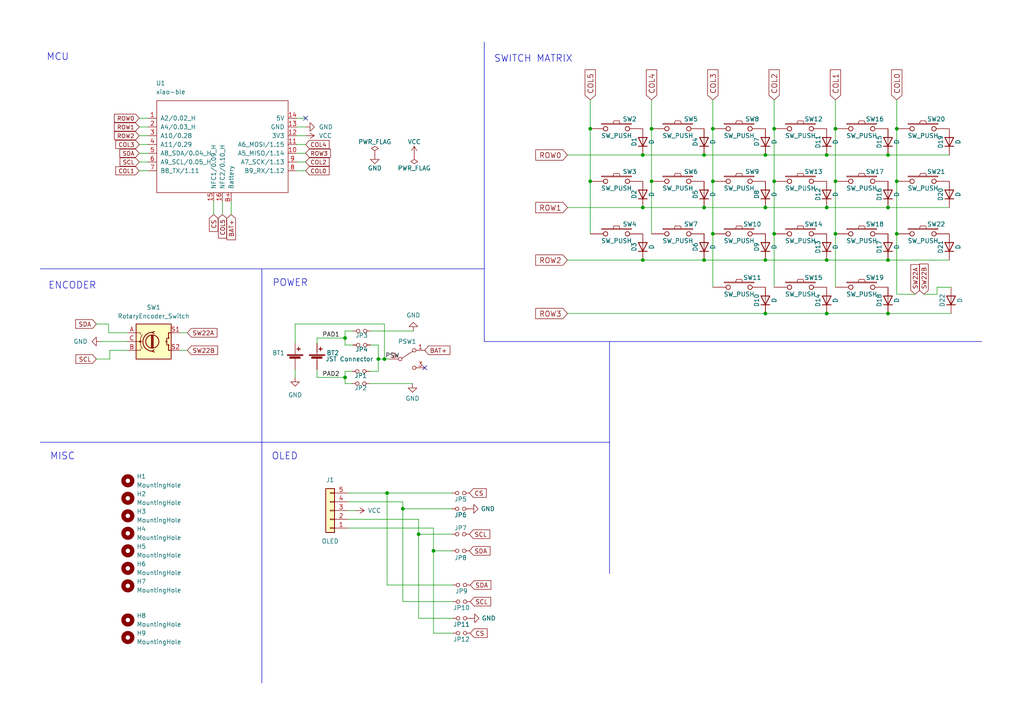
<source format=kicad_sch>
(kicad_sch (version 20231120) (generator "eeschema") (generator_version "8.0")
  (paper "A4")
  (lib_symbols
    (symbol "Connector_Generic:Conn_01x05" (pin_names (offset 1.016) hide)
      (property "Reference" "J" (at 0 7.62 0))
      (property "Value" "Conn_01x05" (at 0 -7.62 0))
      (symbol "Conn_01x05_1_1"
        (rectangle (start -1.27 -4.953) (end 0 -5.207) (stroke (width 0.1524)))
        (rectangle (start -1.27 -2.413) (end 0 -2.667) (stroke (width 0.1524)))
        (rectangle (start -1.27 0.127) (end 0 -0.127) (stroke (width 0.1524)))
        (rectangle (start -1.27 2.667) (end 0 2.413) (stroke (width 0.1524)))
        (rectangle (start -1.27 5.207) (end 0 4.953) (stroke (width 0.1524)))
        (rectangle (start -1.27 6.35) (end 1.27 -6.35) (stroke (width 0.254)) (fill (type background)))
        (pin passive line (at -5.08 5.08 0) (length 3.81) (name "Pin_1") (number "1"))
        (pin passive line (at -5.08 2.54 0) (length 3.81) (name "Pin_2") (number "2"))
        (pin passive line (at -5.08 0 0) (length 3.81) (name "Pin_3") (number "3"))
        (pin passive line (at -5.08 -2.54 0) (length 3.81) (name "Pin_4") (number "4"))
        (pin passive line (at -5.08 -5.08 0) (length 3.81) (name "Pin_5") (number "5"))
      )
    )
    (symbol "Device:Battery_Cell" (pin_numbers hide) (pin_names (offset 0) hide)
      (property "Reference" "BT" (at 2.54 2.54 0))
      (property "Value" "Battery_Cell" (at 2.54 0 0))
      (symbol "Battery_Cell_0_1"
        (rectangle (start -2.286 1.778) (end 2.286 1.524) (fill (type outline)))
        (rectangle (start -1.5748 1.1938) (end 1.4732 0.6858) (fill (type outline)))
        (polyline (pts (xy 0 0.762) (xy 0 0)))
        (polyline (pts (xy 0 1.778) (xy 0 2.54)))
        (polyline (pts (xy 0.508 3.429) (xy 1.524 3.429)) (stroke (width 0.254)))
        (polyline (pts (xy 1.016 3.937) (xy 1.016 2.921)) (stroke (width 0.254)))
      )
      (symbol "Battery_Cell_1_1"
        (pin passive line (at 0 5.08 270) (length 2.54) (name "+") (number "1"))
        (pin passive line (at 0 -2.54 90) (length 2.54) (name "-") (number "2"))
      )
    )
    (symbol "Device:D" (pin_numbers hide) (pin_names (offset 1.016) hide)
      (property "Reference" "D" (at 0 2.54 0))
      (property "Value" "D" (at 0 -2.54 0))
      (symbol "D_0_1"
        (polyline (pts (xy -1.27 1.27) (xy -1.27 -1.27)) (stroke (width 0.254)))
        (polyline (pts (xy 1.27 0) (xy -1.27 0)))
        (polyline (pts (xy 1.27 1.27) (xy 1.27 -1.27) (xy -1.27 0) (xy 1.27 1.27)) (stroke (width 0.254)))
      )
      (symbol "D_1_1"
        (pin passive line (at -3.81 0 0) (length 2.54) (name "K") (number "1"))
        (pin passive line (at 3.81 0 180) (length 2.54) (name "A") (number "2"))
      )
    )
    (symbol "Device:RotaryEncoder_Switch" (pin_names (offset 0.254) hide)
      (property "Reference" "SW" (at 0 6.604 0))
      (property "Value" "RotaryEncoder_Switch" (at 0 -6.604 0))
      (symbol "RotaryEncoder_Switch_0_1"
        (rectangle (start -5.08 5.08) (end 5.08 -5.08) (stroke (width 0.254)) (fill (type background)))
        (circle (center -3.81 0) (radius 0.254) (fill (type outline)))
        (circle (center -0.381 0) (radius 1.905) (stroke (width 0.254)))
        (arc (start -0.381 2.667) (mid -3.0988 -0.0635) (end -0.381 -2.794) (stroke (width 0.254)))
        (polyline (pts (xy -0.635 -1.778) (xy -0.635 1.778)) (stroke (width 0.254)))
        (polyline (pts (xy -0.381 -1.778) (xy -0.381 1.778)) (stroke (width 0.254)))
        (polyline (pts (xy -0.127 1.778) (xy -0.127 -1.778)) (stroke (width 0.254)))
        (polyline (pts (xy 3.81 0) (xy 3.429 0)) (stroke (width 0.254)))
        (polyline (pts (xy 3.81 1.016) (xy 3.81 -1.016)) (stroke (width 0.254)))
        (polyline (pts (xy -5.08 -2.54) (xy -3.81 -2.54) (xy -3.81 -2.032)))
        (polyline (pts (xy -5.08 2.54) (xy -3.81 2.54) (xy -3.81 2.032)))
        (polyline (pts (xy 0.254 -3.048) (xy -0.508 -2.794) (xy 0.127 -2.413)) (stroke (width 0.254)))
        (polyline (pts (xy 0.254 2.921) (xy -0.508 2.667) (xy 0.127 2.286)) (stroke (width 0.254)))
        (polyline (pts (xy 5.08 -2.54) (xy 4.318 -2.54) (xy 4.318 -1.016)) (stroke (width 0.254)))
        (polyline (pts (xy 5.08 2.54) (xy 4.318 2.54) (xy 4.318 1.016)) (stroke (width 0.254)))
        (polyline (pts (xy -5.08 0) (xy -3.81 0) (xy -3.81 -1.016) (xy -3.302 -2.032)))
        (polyline (pts (xy -4.318 0) (xy -3.81 0) (xy -3.81 1.016) (xy -3.302 2.032)))
        (circle (center 4.318 -1.016) (radius 0.127) (stroke (width 0.254)))
        (circle (center 4.318 1.016) (radius 0.127) (stroke (width 0.254)))
      )
      (symbol "RotaryEncoder_Switch_1_1"
        (pin passive line (at -7.62 2.54 0) (length 2.54) (name "A") (number "A"))
        (pin passive line (at -7.62 -2.54 0) (length 2.54) (name "B") (number "B"))
        (pin passive line (at -7.62 0 0) (length 2.54) (name "C") (number "C"))
        (pin passive line (at 7.62 2.54 180) (length 2.54) (name "S1") (number "S1"))
        (pin passive line (at 7.62 -2.54 180) (length 2.54) (name "S2") (number "S2"))
      )
    )
    (symbol "KLORlib:Device_Jumper_NO_Small" (pin_numbers hide) (pin_names (offset 0.762) hide)
      (property "Reference" "JP" (at 0 2.032 0))
      (property "Value" "Device_Jumper_NO_Small" (at 0.254 -1.524 0))
      (symbol "Device_Jumper_NO_Small_0_1"
        (circle (center -1.016 0) (radius 0.508))
        (circle (center 1.016 0) (radius 0.508))
        (pin passive line (at -2.54 0 0) (length 1.016) (name "1") (number "1"))
        (pin passive line (at 2.54 0 180) (length 1.016) (name "2") (number "2"))
      )
    )
    (symbol "Mechanical:MountingHole" (pin_names (offset 1.016))
      (property "Reference" "H" (at 0 5.08 0))
      (property "Value" "MountingHole" (at 0 3.175 0))
      (symbol "MountingHole_0_1"
        (circle (center 0 0) (radius 1.27) (stroke (width 1.27)))
      )
    )
    (symbol "Switch:SW_SPDT" (pin_names (offset 0) hide)
      (property "Reference" "SW" (at 0 4.318 0))
      (property "Value" "SW_SPDT" (at 0 -5.08 0))
      (symbol "SW_SPDT_0_0"
        (circle (center -2.032 0) (radius 0.508))
        (circle (center 2.032 -2.54) (radius 0.508))
      )
      (symbol "SW_SPDT_0_1"
        (polyline (pts (xy -1.524 0.254) (xy 1.651 2.286)))
        (circle (center 2.032 2.54) (radius 0.508))
      )
      (symbol "SW_SPDT_1_1"
        (pin passive line (at 5.08 2.54 180) (length 2.54) (name "A") (number "1"))
        (pin passive line (at -5.08 0 0) (length 2.54) (name "B") (number "2"))
        (pin passive line (at 5.08 -2.54 180) (length 2.54) (name "C") (number "3"))
      )
    )
    (symbol "VCC_1" (power) (pin_names (offset 0))
      (property "Value" "VCC_1" (at 0 3.81 0))
      (symbol "VCC_1_0_1"
        (polyline (pts (xy -0.762 1.27) (xy 0 2.54)))
        (polyline (pts (xy 0 0) (xy 0 2.54)))
        (polyline (pts (xy 0 2.54) (xy 0.762 1.27)))
      )
      (symbol "VCC_1_1_1"
        (pin power_in line (at 0 0 90) (length 0) hide (name "VCC") (number "1"))
      )
    )
    (symbol "corne-classic-rescue:SW_PUSH-kbd" (pin_numbers hide) (pin_names (offset 1.016) hide)
      (property "Reference" "SW" (at 3.81 2.794 0))
      (property "Value" "SW_PUSH-kbd" (at 0 -2.032 0))
      (symbol "SW_PUSH-kbd_0_1"
        (rectangle (start -4.318 1.27) (end 4.318 1.524))
        (polyline (pts (xy -1.016 1.524) (xy -0.762 2.286) (xy 0.762 2.286) (xy 1.016 1.524)))
        (pin passive inverted (at -7.62 0 0) (length 5.08) (name "1") (number "1"))
        (pin passive inverted (at 7.62 0 180) (length 5.08) (name "2") (number "2"))
      )
    )
    (symbol "power:GND" (power) (pin_names (offset 0))
      (property "Value" "GND" (at 0 -3.81 0))
      (symbol "GND_0_1"
        (polyline (pts (xy 0 0) (xy 0 -1.27) (xy 1.27 -1.27) (xy 0 -2.54) (xy -1.27 -1.27) (xy 0 -1.27)))
      )
      (symbol "GND_1_1"
        (pin power_in line (at 0 0 270) (length 0) hide (name "GND") (number "1"))
      )
    )
    (symbol "power:PWR_FLAG" (power) (pin_numbers hide) (pin_names (offset 0) hide)
      (property "Value" "PWR_FLAG" (at 0 3.81 0))
      (symbol "PWR_FLAG_0_0"
        (pin power_out line (at 0 0 90) (length 0) (name "pwr") (number "1"))
      )
      (symbol "PWR_FLAG_0_1"
        (polyline (pts (xy 0 0) (xy 0 1.27) (xy -1.016 1.905) (xy 0 2.54) (xy 1.016 1.905) (xy 0 1.27)))
      )
    )
    (symbol "power:VCC" (power) (pin_names (offset 0))
      (property "Value" "VCC" (at 0 3.81 0))
      (symbol "VCC_0_1"
        (polyline (pts (xy -0.762 1.27) (xy 0 2.54)))
        (polyline (pts (xy 0 0) (xy 0 2.54)))
        (polyline (pts (xy 0 2.54) (xy 0.762 1.27)))
      )
      (symbol "VCC_1_1"
        (pin power_in line (at 0 0 90) (length 0) hide (name "VCC") (number "1"))
      )
    )
    (symbol "xiao-ble_1" (pin_names (offset 1.016))
      (property "Reference" "U1" (at -19.304 17.78 0))
      (property "Value" "xiao-ble" (at -19.304 15.24 0))
      (symbol "xiao-ble_1_0_1"
        (rectangle (start -19.05 12.7) (end 19.05 -13.97))
      )
      (symbol "xiao-ble_1_1_1"
        (pin bidirectional line (at -21.59 7.62 0) (length 2.54) (name "A2/0.02_H") (number "1"))
        (pin bidirectional line (at 21.59 -2.54 180) (length 2.54) (name "A5_MISO/1.14") (number "10"))
        (pin bidirectional line (at 21.59 0 180) (length 2.54) (name "A6_MOSI/1.15") (number "11"))
        (pin power_out line (at 21.59 2.54 180) (length 2.54) (name "3V3") (number "12"))
        (pin power_out line (at 21.59 5.08 180) (length 2.54) (name "GND") (number "13"))
        (pin power_out line (at 21.59 7.62 180) (length 2.54) (name "5V") (number "14"))
        (pin bidirectional line (at -2.54 -16.51 90) (length 2.54) (name "NFC1/0.09_H") (number "15"))
        (pin bidirectional line (at 0 -16.51 90) (length 2.54) (name "NFC2/0.10_H") (number "16"))
        (pin bidirectional line (at -21.59 5.08 0) (length 2.54) (name "A4/0.03_H") (number "2"))
        (pin bidirectional line (at -21.59 2.54 0) (length 2.54) (name "A10/0.28") (number "3"))
        (pin bidirectional line (at -21.59 0 0) (length 2.54) (name "A11/0.29") (number "4"))
        (pin bidirectional line (at -21.59 -2.54 0) (length 2.54) (name "A8_SDA/0.04_H") (number "5"))
        (pin bidirectional line (at -21.59 -5.08 0) (length 2.54) (name "A9_SCL/0.05_H") (number "6"))
        (pin bidirectional line (at -21.59 -7.62 0) (length 2.54) (name "B8_TX/1.11") (number "7"))
        (pin bidirectional line (at 21.59 -7.62 180) (length 2.54) (name "B9_RX/1.12") (number "8"))
        (pin bidirectional line (at 21.59 -5.08 180) (length 2.54) (name "A7_SCK/1.13") (number "9"))
        (pin power_in line (at 2.54 -16.51 90) (length 2.54) (name "Battery") (number "B+"))
      )
    )
  )
  (junction (at 116.84 147.574))
  (junction (at 188.976 37.338))
  (junction (at 260.096 67.818))
  (junction (at 224.536 67.818))
  (junction (at 257.556 90.932))
  (junction (at 221.996 44.958))
  (junction (at 186.436 60.198))
  (junction (at 112.268 143.002))
  (junction (at 224.536 37.338))
  (junction (at 221.996 75.438))
  (junction (at 239.776 60.198))
  (junction (at 204.216 75.438))
  (junction (at 121.412 154.94))
  (junction (at 257.556 75.438))
  (junction (at 221.996 90.932))
  (junction (at 206.756 67.818))
  (junction (at 242.316 52.578))
  (junction (at 257.556 44.958))
  (junction (at 239.776 44.958))
  (junction (at 188.976 52.578))
  (junction (at 186.436 75.438))
  (junction (at 111.506 104.14))
  (junction (at 260.096 52.578))
  (junction (at 260.096 37.338))
  (junction (at 242.316 67.818))
  (junction (at 109.728 104.14))
  (junction (at 257.556 60.198))
  (junction (at 100.076 98.044))
  (junction (at 186.436 44.958))
  (junction (at 204.216 60.198))
  (junction (at 100.076 109.474))
  (junction (at 171.196 37.338))
  (junction (at 125.73 159.766))
  (junction (at 239.776 75.438))
  (junction (at 239.776 90.932))
  (junction (at 221.996 60.198))
  (junction (at 171.196 52.578))
  (junction (at 206.756 37.338))
  (junction (at 204.216 44.958))
  (junction (at 242.316 37.338))
  (junction (at 206.756 52.578))
  (junction (at 224.536 52.578))
  (no_connect (at 88.646 34.29))
  (no_connect (at 123.19 106.68))
  (polyline (pts (xy 11.684 128.27) (xy 176.784 128.27)))
  (wire (pts (xy 188.976 37.338) (xy 188.976 52.578)))
  (wire (pts (xy 224.536 52.578) (xy 224.536 67.818)))
  (wire (pts (xy 206.756 67.818) (xy 206.756 83.312)))
  (wire (pts (xy 242.316 28.956) (xy 242.316 37.338)))
  (wire (pts (xy 239.776 60.198) (xy 257.556 60.198)))
  (wire (pts (xy 102.362 96.012) (xy 100.076 96.012)))
  (wire (pts (xy 188.976 28.956) (xy 188.976 37.338)))
  (wire (pts (xy 116.84 174.498) (xy 131.318 174.498)))
  (wire (pts (xy 186.436 60.198) (xy 204.216 60.198)))
  (wire (pts (xy 54.356 96.52) (xy 52.1771 96.52)))
  (wire (pts (xy 107.188 107.696) (xy 109.728 107.696)))
  (wire (pts (xy 171.196 52.578) (xy 171.196 67.818)))
  (wire (pts (xy 109.728 100.076) (xy 109.728 104.14)))
  (wire (pts (xy 125.73 159.766) (xy 131.064 159.766)))
  (wire (pts (xy 224.536 28.956) (xy 224.536 37.338)))
  (wire (pts (xy 86.106 39.37) (xy 88.646 39.37)))
  (wire (pts (xy 257.556 75.438) (xy 275.336 75.438)))
  (wire (pts (xy 100.838 150.622) (xy 121.412 150.622)))
  (wire (pts (xy 271.78 83.312) (xy 275.844 83.312)))
  (wire (pts (xy 40.386 44.45) (xy 42.926 44.45)))
  (wire (pts (xy 125.73 153.162) (xy 125.73 159.766)))
  (wire (pts (xy 27.94 93.98) (xy 31.496 93.98)))
  (wire (pts (xy 204.216 44.958) (xy 221.996 44.958)))
  (wire (pts (xy 100.076 109.474) (xy 100.076 107.696)))
  (wire (pts (xy 111.506 93.98) (xy 111.506 104.14)))
  (wire (pts (xy 64.516 58.42) (xy 64.516 62.23)))
  (wire (pts (xy 100.076 100.076) (xy 102.362 100.076)))
  (wire (pts (xy 131.318 169.672) (xy 112.268 169.672)))
  (wire (pts (xy 31.8571 101.6) (xy 36.9371 101.6)))
  (wire (pts (xy 31.496 93.98) (xy 31.496 96.52)))
  (wire (pts (xy 100.076 111.252) (xy 100.076 109.474)))
  (wire (pts (xy 86.106 44.45) (xy 88.646 44.45)))
  (wire (pts (xy 164.592 60.198) (xy 186.436 60.198)))
  (wire (pts (xy 86.106 36.83) (xy 88.646 36.83)))
  (wire (pts (xy 186.436 75.438) (xy 204.216 75.438)))
  (wire (pts (xy 204.216 75.438) (xy 221.996 75.438)))
  (wire (pts (xy 171.196 37.338) (xy 171.196 52.578)))
  (wire (pts (xy 164.592 90.932) (xy 221.996 90.932)))
  (wire (pts (xy 204.216 60.198) (xy 221.996 60.198)))
  (wire (pts (xy 100.076 107.696) (xy 102.108 107.696)))
  (wire (pts (xy 112.268 143.002) (xy 131.064 143.002)))
  (wire (pts (xy 186.436 44.958) (xy 204.216 44.958)))
  (wire (pts (xy 40.386 46.99) (xy 42.926 46.99)))
  (wire (pts (xy 257.556 60.198) (xy 275.336 60.198)))
  (wire (pts (xy 171.196 28.956) (xy 171.196 37.338)))
  (wire (pts (xy 242.316 52.578) (xy 242.316 67.818)))
  (wire (pts (xy 100.838 148.082) (xy 103.124 148.082)))
  (wire (pts (xy 239.776 44.958) (xy 257.556 44.958)))
  (wire (pts (xy 116.84 147.574) (xy 131.064 147.574)))
  (wire (pts (xy 52.1771 101.6) (xy 54.356 101.6)))
  (wire (pts (xy 164.592 44.958) (xy 186.436 44.958)))
  (wire (pts (xy 206.756 28.956) (xy 206.756 37.338)))
  (wire (pts (xy 119.634 111.252) (xy 107.188 111.252)))
  (wire (pts (xy 111.506 104.14) (xy 113.03 104.14)))
  (wire (pts (xy 121.412 154.94) (xy 131.064 154.94)))
  (wire (pts (xy 121.412 154.94) (xy 121.412 179.324)))
  (wire (pts (xy 85.598 99.568) (xy 85.598 93.98)))
  (wire (pts (xy 188.976 52.578) (xy 188.976 67.818)))
  (wire (pts (xy 221.996 60.198) (xy 239.776 60.198)))
  (wire (pts (xy 121.412 150.622) (xy 121.412 154.94)))
  (wire (pts (xy 109.728 104.14) (xy 111.506 104.14)))
  (polyline (pts (xy 140.462 12.192) (xy 140.462 99.06)))
  (wire (pts (xy 116.84 174.498) (xy 116.84 147.574)))
  (wire (pts (xy 121.412 179.324) (xy 131.318 179.324)))
  (wire (pts (xy 40.386 39.37) (xy 42.926 39.37)))
  (wire (pts (xy 40.386 36.83) (xy 42.926 36.83)))
  (wire (pts (xy 239.776 90.932) (xy 257.556 90.932)))
  (wire (pts (xy 40.386 49.53) (xy 42.926 49.53)))
  (wire (pts (xy 260.096 52.578) (xy 260.096 67.818)))
  (wire (pts (xy 85.598 93.98) (xy 111.506 93.98)))
  (wire (pts (xy 206.756 52.578) (xy 206.756 67.818)))
  (wire (pts (xy 31.8571 104.14) (xy 31.8571 101.6)))
  (wire (pts (xy 86.106 34.29) (xy 88.646 34.29)))
  (wire (pts (xy 224.536 37.338) (xy 224.536 52.578)))
  (wire (pts (xy 100.838 145.542) (xy 116.84 145.542)))
  (wire (pts (xy 260.096 85.344) (xy 265.43 85.344)))
  (wire (pts (xy 29.21 99.06) (xy 36.9371 99.06)))
  (wire (pts (xy 86.106 46.99) (xy 88.646 46.99)))
  (wire (pts (xy 221.996 90.932) (xy 239.776 90.932)))
  (wire (pts (xy 91.948 98.044) (xy 100.076 98.044)))
  (wire (pts (xy 100.838 143.002) (xy 112.268 143.002)))
  (wire (pts (xy 260.096 67.818) (xy 260.096 85.344)))
  (wire (pts (xy 102.108 111.252) (xy 100.076 111.252)))
  (wire (pts (xy 67.056 58.42) (xy 67.056 62.23)))
  (wire (pts (xy 27.94 104.14) (xy 31.8571 104.14)))
  (wire (pts (xy 125.73 159.766) (xy 125.73 183.642)))
  (polyline (pts (xy 11.684 77.978) (xy 140.462 77.978)))
  (wire (pts (xy 61.976 58.42) (xy 61.976 62.23)))
  (wire (pts (xy 164.592 75.438) (xy 186.436 75.438)))
  (polyline (pts (xy 176.784 99.06) (xy 176.784 166.37)))
  (polyline (pts (xy 140.462 99.06) (xy 284.734 99.06)))
  (wire (pts (xy 116.84 145.542) (xy 116.84 147.574)))
  (wire (pts (xy 40.386 41.91) (xy 42.926 41.91)))
  (wire (pts (xy 242.316 67.818) (xy 242.316 83.312)))
  (wire (pts (xy 100.076 98.044) (xy 100.076 100.076)))
  (wire (pts (xy 40.386 34.29) (xy 42.926 34.29)))
  (wire (pts (xy 109.728 104.14) (xy 109.728 107.696)))
  (wire (pts (xy 257.556 90.932) (xy 275.844 90.932)))
  (wire (pts (xy 242.316 37.338) (xy 242.316 52.578)))
  (wire (pts (xy 112.268 169.672) (xy 112.268 143.002)))
  (wire (pts (xy 91.948 99.568) (xy 91.948 98.044)))
  (wire (pts (xy 260.096 37.338) (xy 260.096 52.578)))
  (wire (pts (xy 224.536 67.818) (xy 224.536 83.312)))
  (wire (pts (xy 86.106 49.53) (xy 88.646 49.53)))
  (wire (pts (xy 31.496 96.52) (xy 36.9371 96.52)))
  (wire (pts (xy 107.442 100.076) (xy 109.728 100.076)))
  (wire (pts (xy 100.076 96.012) (xy 100.076 98.044)))
  (wire (pts (xy 271.78 85.344) (xy 271.78 83.312)))
  (wire (pts (xy 85.598 107.188) (xy 85.598 109.474)))
  (wire (pts (xy 267.97 85.344) (xy 271.78 85.344)))
  (wire (pts (xy 221.996 44.958) (xy 239.776 44.958)))
  (wire (pts (xy 100.838 153.162) (xy 125.73 153.162)))
  (wire (pts (xy 91.948 109.474) (xy 100.076 109.474)))
  (wire (pts (xy 257.556 44.958) (xy 275.336 44.958)))
  (wire (pts (xy 260.096 28.956) (xy 260.096 37.338)))
  (wire (pts (xy 239.776 75.438) (xy 257.556 75.438)))
  (polyline (pts (xy 75.946 77.978) (xy 75.946 198.12)))
  (wire (pts (xy 86.106 41.91) (xy 88.646 41.91)))
  (wire (pts (xy 91.948 107.188) (xy 91.948 109.474)))
  (wire (pts (xy 221.996 75.438) (xy 239.776 75.438)))
  (wire (pts (xy 119.888 96.012) (xy 107.442 96.012)))
  (wire (pts (xy 125.73 183.642) (xy 131.318 183.642)))
  (wire (pts (xy 206.756 37.338) (xy 206.756 52.578)))
  (text "SWITCH MATRIX\n" (at 143.256 18.288 0) (effects (font (size 2 2)) (justify left bottom)))
  (text "OLED" (at 78.74 133.604 0) (effects (font (size 2 2)) (justify left bottom)))
  (text "ENCODER\n" (at 13.97 84.074 0) (effects (font (size 2 2)) (justify left bottom)))
  (text "POWER" (at 78.994 83.312 0) (effects (font (size 2 2)) (justify left bottom)))
  (text "MCU" (at 13.462 17.78 0) (effects (font (size 2 2)) (justify left bottom)))
  (text "MISC\n" (at 14.478 133.604 0) (effects (font (size 2 2)) (justify left bottom)))
  (label "PAD2" (at 93.472 109.474 0))
  (label "PAD1" (at 93.472 98.044 0))
  (label "PSW" (at 111.76 104.14 0))
  (global_label "SDA" (shape input) (at 136.144 159.766 0) (property "Intersheetrefs" "${INTERSHEET_REFS}" (effects (hide yes))))
  (global_label "ROW2" (shape input) (at 40.386 39.37 180) (effects (font (size 1.1938 1.1938))) (property "Intersheetrefs" "${INTERSHEET_REFS}" (effects (hide yes))))
  (global_label "CS" (shape input) (at 136.398 183.642 0) (property "Intersheetrefs" "${INTERSHEET_REFS}" (effects (hide yes))))
  (global_label "ROW0" (shape input) (at 40.386 34.29 180) (effects (font (size 1.1938 1.1938))) (property "Intersheetrefs" "${INTERSHEET_REFS}" (effects (hide yes))))
  (global_label "COL4" (shape input) (at 188.976 28.956 90) (effects (font (size 1.524 1.524))) (property "Intersheetrefs" "${INTERSHEET_REFS}" (effects (hide yes))))
  (global_label "ROW1" (shape input) (at 40.386 36.83 180) (effects (font (size 1.1938 1.1938))) (property "Intersheetrefs" "${INTERSHEET_REFS}" (effects (hide yes))))
  (global_label "SW22B" (shape input) (at 54.356 101.6 0) (property "Intersheetrefs" "${INTERSHEET_REFS}" (effects (hide yes))))
  (global_label "COL1" (shape input) (at 242.316 28.956 90) (effects (font (size 1.524 1.524))) (property "Intersheetrefs" "${INTERSHEET_REFS}" (effects (hide yes))))
  (global_label "SCL" (shape input) (at 136.144 154.94 0) (property "Intersheetrefs" "${INTERSHEET_REFS}" (effects (hide yes))))
  (global_label "CS" (shape input) (at 61.976 62.23 270) (property "Intersheetrefs" "${INTERSHEET_REFS}" (effects (hide yes))))
  (global_label "COL1" (shape input) (at 40.386 49.53 180) (effects (font (size 1.1938 1.1938))) (property "Intersheetrefs" "${INTERSHEET_REFS}" (effects (hide yes))))
  (global_label "COL3" (shape input) (at 40.386 41.91 180) (effects (font (size 1.1938 1.1938))) (property "Intersheetrefs" "${INTERSHEET_REFS}" (effects (hide yes))))
  (global_label "SCL" (shape input) (at 136.398 174.498 0) (property "Intersheetrefs" "${INTERSHEET_REFS}" (effects (hide yes))))
  (global_label "SW22B" (shape input) (at 267.97 85.344 90) (property "Intersheetrefs" "${INTERSHEET_REFS}" (effects (hide yes))))
  (global_label "ROW2" (shape input) (at 164.592 75.438 180) (effects (font (size 1.524 1.524))) (property "Intersheetrefs" "${INTERSHEET_REFS}" (effects (hide yes))))
  (global_label "COL5" (shape input) (at 64.516 62.23 270) (effects (font (size 1.1938 1.1938))) (property "Intersheetrefs" "${INTERSHEET_REFS}" (effects (hide yes))))
  (global_label "COL3" (shape input) (at 206.756 28.956 90) (effects (font (size 1.524 1.524))) (property "Intersheetrefs" "${INTERSHEET_REFS}" (effects (hide yes))))
  (global_label "COL0" (shape input) (at 88.646 49.53 0) (effects (font (size 1.1938 1.1938))) (property "Intersheetrefs" "${INTERSHEET_REFS}" (effects (hide yes))))
  (global_label "SDA" (shape input) (at 40.386 44.45 180) (effects (font (size 1.1938 1.1938))) (property "Intersheetrefs" "${INTERSHEET_REFS}" (effects (hide yes))))
  (global_label "COL4" (shape input) (at 88.646 41.91 0) (effects (font (size 1.1938 1.1938))) (property "Intersheetrefs" "${INTERSHEET_REFS}" (effects (hide yes))))
  (global_label "COL5" (shape input) (at 171.196 28.956 90) (effects (font (size 1.524 1.524))) (property "Intersheetrefs" "${INTERSHEET_REFS}" (effects (hide yes))))
  (global_label "SDA" (shape input) (at 136.398 169.672 0) (property "Intersheetrefs" "${INTERSHEET_REFS}" (effects (hide yes))))
  (global_label "COL0" (shape input) (at 260.096 28.956 90) (effects (font (size 1.524 1.524))) (property "Intersheetrefs" "${INTERSHEET_REFS}" (effects (hide yes))))
  (global_label "SW22A" (shape input) (at 54.356 96.52 0) (property "Intersheetrefs" "${INTERSHEET_REFS}" (effects (hide yes))))
  (global_label "BAT+" (shape input) (at 123.19 101.6 0) (property "Intersheetrefs" "${INTERSHEET_REFS}" (effects (hide yes))))
  (global_label "SDA" (shape input) (at 27.94 93.98 180) (property "Intersheetrefs" "${INTERSHEET_REFS}" (effects (hide yes))))
  (global_label "ROW1" (shape input) (at 164.592 60.198 180) (effects (font (size 1.524 1.524))) (property "Intersheetrefs" "${INTERSHEET_REFS}" (effects (hide yes))))
  (global_label "BAT+" (shape input) (at 67.056 62.23 270) (property "Intersheetrefs" "${INTERSHEET_REFS}" (effects (hide yes))))
  (global_label "SW22A" (shape input) (at 265.43 85.344 90) (property "Intersheetrefs" "${INTERSHEET_REFS}" (effects (hide yes))))
  (global_label "ROW0" (shape input) (at 164.592 44.958 180) (effects (font (size 1.524 1.524))) (property "Intersheetrefs" "${INTERSHEET_REFS}" (effects (hide yes))))
  (global_label "COL2" (shape input) (at 224.536 28.956 90) (effects (font (size 1.524 1.524))) (property "Intersheetrefs" "${INTERSHEET_REFS}" (effects (hide yes))))
  (global_label "SCL" (shape input) (at 40.386 46.99 180) (effects (font (size 1.1938 1.1938))) (property "Intersheetrefs" "${INTERSHEET_REFS}" (effects (hide yes))))
  (global_label "ROW3" (shape input) (at 88.646 44.45 0) (effects (font (size 1.1938 1.1938))) (property "Intersheetrefs" "${INTERSHEET_REFS}" (effects (hide yes))))
  (global_label "COL2" (shape input) (at 88.646 46.99 0) (effects (font (size 1.1938 1.1938))) (property "Intersheetrefs" "${INTERSHEET_REFS}" (effects (hide yes))))
  (global_label "ROW3" (shape input) (at 164.592 90.932 180) (effects (font (size 1.524 1.524))) (property "Intersheetrefs" "${INTERSHEET_REFS}" (effects (hide yes))))
  (global_label "CS" (shape input) (at 136.144 143.002 0) (property "Intersheetrefs" "${INTERSHEET_REFS}" (effects (hide yes))))
  (global_label "SCL" (shape input) (at 27.94 104.14 180) (property "Intersheetrefs" "${INTERSHEET_REFS}" (effects (hide yes))))
  (symbol (lib_id "corne-classic-rescue:SW_PUSH-kbd") (at 267.716 52.578 0) (unit 1)
    (property "Reference" "SW21" (at 271.526 49.784 0))
    (property "Value" "SW_PUSH" (at 267.716 54.61 0))
    (property "Footprint" "keyswitches.pretty-master:1U_cherry_mx_kailh_choc_hotswap_combo" (effects (hide yes)))
  )
  (symbol (lib_id "Device:D") (at 204.216 56.388 90) (unit 1)
    (property "Reference" "D5" (at 201.676 56.388 0))
    (property "Value" "D" (at 206.756 56.388 0))
    (property "Footprint" "fp:Diode_SOD123" (effects (hide yes)))
  )
  (symbol (lib_id "KLORlib:Device_Jumper_NO_Small") (at 133.604 159.766 0) (unit 1)
    (property "Reference" "JP8" (at 133.604 161.798 0))
    (property "Value" "Device_Jumper_NO_Small" (effects (hide yes)))
    (property "Footprint" "fp:Jumper" (effects (hide yes)))
  )
  (symbol (lib_id "Device:D") (at 204.216 71.628 90) (unit 1)
    (property "Reference" "D6" (at 201.676 71.628 0))
    (property "Value" "D" (at 206.756 71.628 0))
    (property "Footprint" "fp:Diode_SOD123" (effects (hide yes)))
  )
  (symbol (lib_id "corne-classic-rescue:SW_PUSH-kbd") (at 178.816 37.338 0) (unit 1)
    (property "Reference" "SW2" (at 182.626 34.544 0))
    (property "Value" "SW_PUSH" (at 178.816 39.37 0))
    (property "Footprint" "keyswitches.pretty-master:1U_cherry_mx_kailh_choc_hotswap_combo" (effects (hide yes)))
  )
  (symbol (lib_name "xiao-ble_1") (lib_id "mcu:xiao-ble") (at 64.516 41.91 0) (unit 1)
    (property "Reference" "U1" (at 45.212 24.13 0) (effects (justify left)))
    (property "Value" "xiao-ble" (at 45.212 26.67 0) (effects (justify left)))
    (property "Footprint" "fp:xiao-rev" (effects (hide yes)))
  )
  (symbol (lib_id "Device:Battery_Cell") (at 85.598 104.648 0) (unit 1)
    (property "Reference" "BT1" (at 80.772 102.362 0))
    (property "Value" "Battery_Cell" (effects (hide yes)))
    (property "Footprint" "fp:custombatteryconnector_small" (effects (hide yes)))
  )
  (symbol (lib_id "power:VCC") (at 120.142 44.958 0) (unit 1)
    (property "Reference" "#PWR09" (effects (hide yes)))
    (property "Value" "VCC" (at 120.142 41.148 0))
  )
  (symbol (lib_id "Mechanical:MountingHole") (at 37.084 154.686 0) (unit 1)
    (property "Reference" "H4" (at 39.624 153.416 0) (effects (justify left)))
    (property "Value" "MountingHole" (at 39.624 155.956 0) (effects (justify left)))
    (property "Footprint" "kbd:M2_HOLE_v2" (effects (hide yes)))
  )
  (symbol (lib_id "corne-classic-rescue:SW_PUSH-kbd") (at 214.376 83.312 0) (unit 1)
    (property "Reference" "SW11" (at 218.186 80.518 0))
    (property "Value" "SW_PUSH" (at 214.376 85.344 0))
    (property "Footprint" "keyswitches.pretty-master:1U_cherry_mx_kailh_choc_hotswap_combo" (effects (hide yes)))
  )
  (symbol (lib_id "Mechanical:MountingHole") (at 37.084 149.606 0) (unit 1)
    (property "Reference" "H3" (at 39.624 148.336 0) (effects (justify left)))
    (property "Value" "MountingHole" (at 39.624 150.876 0) (effects (justify left)))
    (property "Footprint" "kbd:M2_HOLE_v2" (effects (hide yes)))
  )
  (symbol (lib_id "KLORlib:Device_Jumper_NO_Small") (at 104.902 96.012 0) (unit 1)
    (property "Reference" "JP3" (at 104.902 97.282 0))
    (property "Value" "Device_Jumper_NO_Small" (effects (hide yes)))
    (property "Footprint" "fp:Jumper" (effects (hide yes)))
  )
  (symbol (lib_id "Device:D") (at 239.776 56.388 90) (unit 1)
    (property "Reference" "D12" (at 237.236 56.388 0))
    (property "Value" "D" (at 242.316 56.388 0))
    (property "Footprint" "fp:Diode_SOD123" (effects (hide yes)))
  )
  (symbol (lib_id "Device:D") (at 204.216 41.148 90) (unit 1)
    (property "Reference" "D4" (at 201.676 41.148 0))
    (property "Value" "D" (at 206.756 41.148 0))
    (property "Footprint" "fp:Diode_SOD123" (effects (hide yes)))
  )
  (symbol (lib_id "Device:D") (at 221.996 87.122 90) (unit 1)
    (property "Reference" "D10" (at 219.456 87.122 0))
    (property "Value" "D" (at 224.536 87.122 0))
    (property "Footprint" "fp:Diode_SOD123" (effects (hide yes)))
  )
  (symbol (lib_id "corne-classic-rescue:SW_PUSH-kbd") (at 232.156 52.578 0) (unit 1)
    (property "Reference" "SW13" (at 235.966 49.784 0))
    (property "Value" "SW_PUSH" (at 232.156 54.61 0))
    (property "Footprint" "keyswitches.pretty-master:1U_cherry_mx_kailh_choc_hotswap_combo" (effects (hide yes)))
  )
  (symbol (lib_id "Device:D") (at 275.336 71.628 90) (unit 1)
    (property "Reference" "D21" (at 272.796 71.628 0))
    (property "Value" "D" (at 277.876 71.628 0))
    (property "Footprint" "fp:Diode_SOD123" (effects (hide yes)))
  )
  (symbol (lib_id "corne-classic-rescue:SW_PUSH-kbd") (at 196.596 52.578 0) (unit 1)
    (property "Reference" "SW6" (at 200.406 49.784 0))
    (property "Value" "SW_PUSH" (at 196.596 54.61 0))
    (property "Footprint" "keyswitches.pretty-master:1U_cherry_mx_kailh_choc_hotswap_combo" (effects (hide yes)))
  )
  (symbol (lib_id "KLORlib:Device_Jumper_NO_Small") (at 133.604 143.002 0) (unit 1)
    (property "Reference" "JP5" (at 133.604 144.78 0))
    (property "Value" "Device_Jumper_NO_Small" (effects (hide yes)))
    (property "Footprint" "fp:Jumper" (effects (hide yes)))
  )
  (symbol (lib_id "power:PWR_FLAG") (at 108.712 44.958 0) (unit 1)
    (property "Reference" "#FLG01" (effects (hide yes)))
    (property "Value" "PWR_FLAG" (at 108.712 41.148 0))
  )
  (symbol (lib_id "corne-classic-rescue:SW_PUSH-kbd") (at 196.596 37.338 0) (unit 1)
    (property "Reference" "SW5" (at 200.406 34.544 0))
    (property "Value" "SW_PUSH" (at 196.596 39.37 0))
    (property "Footprint" "keyswitches.pretty-master:1U_cherry_mx_kailh_choc_hotswap_combo" (effects (hide yes)))
  )
  (symbol (lib_id "KLORlib:Device_Jumper_NO_Small") (at 133.604 154.94 0) (unit 1)
    (property "Reference" "JP7" (at 133.604 153.162 0))
    (property "Value" "Device_Jumper_NO_Small" (effects (hide yes)))
    (property "Footprint" "fp:Jumper" (effects (hide yes)))
  )
  (symbol (lib_id "corne-classic-rescue:SW_PUSH-kbd") (at 214.376 67.818 0) (unit 1)
    (property "Reference" "SW10" (at 218.186 65.024 0))
    (property "Value" "SW_PUSH" (at 214.376 69.85 0))
    (property "Footprint" "keyswitches.pretty-master:1U_cherry_mx_kailh_choc_hotswap_combo" (effects (hide yes)))
  )
  (symbol (lib_id "KLORlib:Device_Jumper_NO_Small") (at 104.902 100.076 0) (unit 1)
    (property "Reference" "JP4" (at 104.902 101.346 0))
    (property "Value" "Device_Jumper_NO_Small" (effects (hide yes)))
    (property "Footprint" "fp:Jumper" (effects (hide yes)))
  )
  (symbol (lib_id "power:GND") (at 29.21 99.06 270) (unit 1)
    (property "Reference" "#PWR01" (effects (hide yes)))
    (property "Value" "GND" (at 25.4 99.06 90) (effects (justify right)))
  )
  (symbol (lib_id "Device:D") (at 239.776 71.628 90) (unit 1)
    (property "Reference" "D13" (at 237.236 71.628 0))
    (property "Value" "D" (at 242.316 71.628 0))
    (property "Footprint" "fp:Diode_SOD123" (effects (hide yes)))
  )
  (symbol (lib_id "corne-classic-rescue:SW_PUSH-kbd") (at 196.596 67.818 0) (unit 1)
    (property "Reference" "SW7" (at 200.406 65.024 0))
    (property "Value" "SW_PUSH" (at 196.596 69.85 0))
    (property "Footprint" "keyswitches.pretty-master:1U_cherry_mx_kailh_choc_hotswap_combo" (effects (hide yes)))
  )
  (symbol (lib_id "Device:RotaryEncoder_Switch") (at 44.5571 99.06 0) (unit 1)
    (property "Reference" "SW1" (at 44.5571 89.154 0))
    (property "Value" "RotaryEncoder_Switch" (at 44.5571 91.694 0))
    (property "Footprint" "keyswitches.pretty-master:1U_cherry_mx_kailh_choc_hotswap_combo" (effects (hide yes)))
  )
  (symbol (lib_id "KLORlib:Device_Jumper_NO_Small") (at 104.648 107.696 0) (unit 1)
    (property "Reference" "JP1" (at 104.648 108.966 0))
    (property "Value" "Device_Jumper_NO_Small" (effects (hide yes)))
    (property "Footprint" "fp:Jumper" (effects (hide yes)))
  )
  (symbol (lib_id "KLORlib:Device_Jumper_NO_Small") (at 133.858 169.672 0) (unit 1)
    (property "Reference" "JP9" (at 133.858 171.45 0))
    (property "Value" "Device_Jumper_NO_Small" (effects (hide yes)))
    (property "Footprint" "fp:Jumper" (effects (hide yes)))
  )
  (symbol (lib_id "Device:D") (at 275.844 87.122 90) (unit 1)
    (property "Reference" "D22" (at 273.304 87.122 0))
    (property "Value" "D" (at 278.384 87.122 0))
    (property "Footprint" "fp:Diode_SOD123" (effects (hide yes)))
  )
  (symbol (lib_id "Device:D") (at 221.996 56.388 90) (unit 1)
    (property "Reference" "D8" (at 219.456 56.388 0))
    (property "Value" "D" (at 224.536 56.388 0))
    (property "Footprint" "fp:Diode_SOD123" (effects (hide yes)))
  )
  (symbol (lib_id "corne-classic-rescue:SW_PUSH-kbd") (at 214.376 52.578 0) (unit 1)
    (property "Reference" "SW9" (at 218.186 49.784 0))
    (property "Value" "SW_PUSH" (at 214.376 54.61 0))
    (property "Footprint" "keyswitches.pretty-master:1U_cherry_mx_kailh_choc_hotswap_combo" (effects (hide yes)))
  )
  (symbol (lib_id "Mechanical:MountingHole") (at 37.084 159.766 0) (unit 1)
    (property "Reference" "H5" (at 39.624 158.496 0) (effects (justify left)))
    (property "Value" "MountingHole" (at 39.624 161.036 0) (effects (justify left)))
    (property "Footprint" "kbd:M2_HOLE_v2" (effects (hide yes)))
  )
  (symbol (lib_id "corne-classic-rescue:SW_PUSH-kbd") (at 249.936 67.818 0) (unit 1)
    (property "Reference" "SW18" (at 253.746 65.024 0))
    (property "Value" "SW_PUSH" (at 249.936 69.85 0))
    (property "Footprint" "keyswitches.pretty-master:1U_cherry_mx_kailh_choc_hotswap_combo" (effects (hide yes)))
  )
  (symbol (lib_id "Device:D") (at 239.776 87.122 90) (unit 1)
    (property "Reference" "D14" (at 237.236 87.122 0))
    (property "Value" "D" (at 242.316 87.122 0))
    (property "Footprint" "fp:Diode_SOD123" (effects (hide yes)))
  )
  (symbol (lib_id "KLORlib:Device_Jumper_NO_Small") (at 104.648 111.252 0) (unit 1)
    (property "Reference" "JP2" (at 104.648 112.522 0))
    (property "Value" "Device_Jumper_NO_Small" (effects (hide yes)))
    (property "Footprint" "fp:Jumper" (effects (hide yes)))
  )
  (symbol (lib_id "corne-classic-rescue:SW_PUSH-kbd") (at 232.156 67.818 0) (unit 1)
    (property "Reference" "SW14" (at 235.966 65.024 0))
    (property "Value" "SW_PUSH" (at 232.156 69.85 0))
    (property "Footprint" "keyswitches.pretty-master:1U_cherry_mx_kailh_choc_hotswap_combo" (effects (hide yes)))
  )
  (symbol (lib_id "power:VCC") (at 103.124 148.082 270) (unit 1)
    (property "Reference" "#PWR05" (effects (hide yes)))
    (property "Value" "VCC" (at 106.68 148.082 90) (effects (justify left)))
  )
  (symbol (lib_name "VCC_1") (lib_id "power:VCC") (at 88.646 39.37 270) (unit 1)
    (property "Reference" "#PWR04" (effects (hide yes)))
    (property "Value" "VCC" (at 92.456 39.37 90) (effects (justify left)))
  )
  (symbol (lib_id "Device:Battery_Cell") (at 91.948 104.648 0) (unit 1)
    (property "Reference" "BT2" (at 96.52 102.362 0))
    (property "Value" "JST Connector" (at 101.346 104.14 0))
    (property "Footprint" "fp:JST_PH_reversible" (effects (hide yes)))
  )
  (symbol (lib_id "Mechanical:MountingHole") (at 37.084 169.926 0) (unit 1)
    (property "Reference" "H7" (at 39.624 168.656 0) (effects (justify left)))
    (property "Value" "MountingHole" (at 39.624 171.196 0) (effects (justify left)))
    (property "Footprint" "kbd:M2_HOLE_v2" (effects (hide yes)))
  )
  (symbol (lib_id "Device:D") (at 186.436 41.148 90) (unit 1)
    (property "Reference" "D1" (at 183.896 41.148 0))
    (property "Value" "D" (at 188.976 41.148 0))
    (property "Footprint" "fp:Diode_SOD123" (effects (hide yes)))
  )
  (symbol (lib_id "corne-classic-rescue:SW_PUSH-kbd") (at 267.716 37.338 0) (unit 1)
    (property "Reference" "SW20" (at 271.526 34.544 0))
    (property "Value" "SW_PUSH" (at 267.716 39.37 0))
    (property "Footprint" "keyswitches.pretty-master:1U_cherry_mx_kailh_choc_hotswap_combo" (effects (hide yes)))
  )
  (symbol (lib_id "Device:D") (at 186.436 56.388 90) (unit 1)
    (property "Reference" "D2" (at 183.896 56.388 0))
    (property "Value" "D" (at 188.976 56.388 0))
    (property "Footprint" "fp:Diode_SOD123" (effects (hide yes)))
  )
  (symbol (lib_id "Device:D") (at 257.556 56.388 90) (unit 1)
    (property "Reference" "D16" (at 255.016 56.388 0))
    (property "Value" "D" (at 260.096 56.388 0))
    (property "Footprint" "fp:Diode_SOD123" (effects (hide yes)))
  )
  (symbol (lib_id "Switch:SW_SPDT") (at 118.11 104.14 0) (unit 1)
    (property "Reference" "PSW1" (at 118.11 99.06 0))
    (property "Value" "SW_SPDT" (effects (hide yes)))
    (property "Footprint" "fp:MSK12C02_reversible" (effects (hide yes)))
  )
  (symbol (lib_id "Device:D") (at 257.556 87.122 90) (unit 1)
    (property "Reference" "D18" (at 255.016 87.122 0))
    (property "Value" "D" (at 260.096 87.122 0))
    (property "Footprint" "fp:Diode_SOD123" (effects (hide yes)))
  )
  (symbol (lib_id "Device:D") (at 186.436 71.628 90) (unit 1)
    (property "Reference" "D3" (at 183.896 71.628 0))
    (property "Value" "D" (at 188.976 71.628 0))
    (property "Footprint" "fp:Diode_SOD123" (effects (hide yes)))
  )
  (symbol (lib_id "corne-classic-rescue:SW_PUSH-kbd") (at 214.376 37.338 0) (unit 1)
    (property "Reference" "SW8" (at 218.186 34.544 0))
    (property "Value" "SW_PUSH" (at 214.376 39.37 0))
    (property "Footprint" "keyswitches.pretty-master:1U_cherry_mx_kailh_choc_hotswap_combo" (effects (hide yes)))
  )
  (symbol (lib_id "Mechanical:MountingHole") (at 37.084 139.446 0) (unit 1)
    (property "Reference" "H1" (at 39.624 138.176 0) (effects (justify left)))
    (property "Value" "MountingHole" (at 39.624 140.716 0) (effects (justify left)))
    (property "Footprint" "kbd:M2_HOLE_v2" (effects (hide yes)))
  )
  (symbol (lib_id "Device:D") (at 239.776 41.148 90) (unit 1)
    (property "Reference" "D11" (at 237.236 41.148 0))
    (property "Value" "D" (at 242.316 41.148 0))
    (property "Footprint" "fp:Diode_SOD123" (effects (hide yes)))
  )
  (symbol (lib_id "Connector_Generic:Conn_01x05") (at 95.758 148.082 180) (unit 1)
    (property "Reference" "J1" (at 95.758 139.192 0))
    (property "Value" "OLED" (at 95.758 156.972 0))
    (property "Footprint" "fp:nice_view" (effects (hide yes)))
  )
  (symbol (lib_id "Device:D") (at 221.996 41.148 90) (unit 1)
    (property "Reference" "D7" (at 219.456 41.148 0))
    (property "Value" "D" (at 224.536 41.148 0))
    (property "Footprint" "fp:Diode_SOD123" (effects (hide yes)))
  )
  (symbol (lib_id "corne-classic-rescue:SW_PUSH-kbd") (at 249.936 52.578 0) (unit 1)
    (property "Reference" "SW17" (at 253.746 49.784 0))
    (property "Value" "SW_PUSH" (at 249.936 54.61 0))
    (property "Footprint" "keyswitches.pretty-master:1U_cherry_mx_kailh_choc_hotswap_combo" (effects (hide yes)))
  )
  (symbol (lib_id "power:GND") (at 119.634 111.252 0) (unit 1)
    (property "Reference" "#PWR07" (effects (hide yes)))
    (property "Value" "GND" (at 119.634 115.57 0))
  )
  (symbol (lib_id "corne-classic-rescue:SW_PUSH-kbd") (at 249.936 37.338 0) (unit 1)
    (property "Reference" "SW16" (at 253.746 34.544 0))
    (property "Value" "SW_PUSH" (at 249.936 39.37 0))
    (property "Footprint" "keyswitches.pretty-master:1U_cherry_mx_kailh_choc_hotswap_combo" (effects (hide yes)))
  )
  (symbol (lib_id "power:GND") (at 108.712 44.958 0) (unit 1)
    (property "Reference" "#PWR06" (effects (hide yes)))
    (property "Value" "GND" (at 108.712 48.768 0))
  )
  (symbol (lib_id "corne-classic-rescue:SW_PUSH-kbd") (at 232.156 37.338 0) (unit 1)
    (property "Reference" "SW12" (at 235.966 34.544 0))
    (property "Value" "SW_PUSH" (at 232.156 39.37 0))
    (property "Footprint" "keyswitches.pretty-master:1U_cherry_mx_kailh_choc_hotswap_combo" (effects (hide yes)))
  )
  (symbol (lib_id "corne-classic-rescue:SW_PUSH-kbd") (at 232.156 83.312 0) (unit 1)
    (property "Reference" "SW15" (at 235.966 80.518 0))
    (property "Value" "SW_PUSH" (at 232.156 85.344 0))
    (property "Footprint" "keyswitches.pretty-master:1U_cherry_mx_kailh_choc_hotswap_combo" (effects (hide yes)))
  )
  (symbol (lib_id "corne-classic-rescue:SW_PUSH-kbd") (at 178.816 52.578 0) (unit 1)
    (property "Reference" "SW3" (at 182.626 49.784 0))
    (property "Value" "SW_PUSH" (at 178.816 54.61 0))
    (property "Footprint" "keyswitches.pretty-master:1U_cherry_mx_kailh_choc_hotswap_combo" (effects (hide yes)))
  )
  (symbol (lib_id "corne-classic-rescue:SW_PUSH-kbd") (at 267.716 67.818 0) (unit 1)
    (property "Reference" "SW22" (at 271.526 65.024 0))
    (property "Value" "SW_PUSH" (at 267.716 69.85 0))
    (property "Footprint" "keyswitches.pretty-master:1U_cherry_mx_kailh_choc_hotswap_combo" (effects (hide yes)))
  )
  (symbol (lib_id "Device:D") (at 221.996 71.628 90) (unit 1)
    (property "Reference" "D9" (at 219.456 71.628 0))
    (property "Value" "D" (at 224.536 71.628 0))
    (property "Footprint" "fp:Diode_SOD123" (effects (hide yes)))
  )
  (symbol (lib_id "Device:D") (at 257.556 41.148 90) (unit 1)
    (property "Reference" "D15" (at 255.016 41.148 0))
    (property "Value" "D" (at 260.096 41.148 0))
    (property "Footprint" "fp:Diode_SOD123" (effects (hide yes)))
  )
  (symbol (lib_id "Device:D") (at 275.336 56.388 90) (unit 1)
    (property "Reference" "D20" (at 272.796 56.388 0))
    (property "Value" "D" (at 277.876 56.388 0))
    (property "Footprint" "fp:Diode_SOD123" (effects (hide yes)))
  )
  (symbol (lib_id "corne-classic-rescue:SW_PUSH-kbd") (at 249.936 83.312 0) (unit 1)
    (property "Reference" "SW19" (at 253.746 80.518 0))
    (property "Value" "SW_PUSH" (at 249.936 85.344 0))
    (property "Footprint" "keyswitches.pretty-master:1U_cherry_mx_kailh_choc_hotswap_combo" (effects (hide yes)))
  )
  (symbol (lib_id "power:GND") (at 136.398 179.324 90) (unit 1)
    (property "Reference" "#PWR011" (effects (hide yes)))
    (property "Value" "GND" (at 139.7 179.324 90) (effects (justify right)))
  )
  (symbol (lib_id "Mechanical:MountingHole") (at 37.084 144.526 0) (unit 1)
    (property "Reference" "H2" (at 39.624 143.256 0) (effects (justify left)))
    (property "Value" "MountingHole" (at 39.624 145.796 0) (effects (justify left)))
    (property "Footprint" "kbd:M2_HOLE_v2" (effects (hide yes)))
  )
  (symbol (lib_id "power:GND") (at 136.144 147.574 90) (unit 1)
    (property "Reference" "#PWR010" (effects (hide yes)))
    (property "Value" "GND" (at 139.446 147.574 90) (effects (justify right)))
  )
  (symbol (lib_id "Device:D") (at 275.336 41.148 90) (unit 1)
    (property "Reference" "D19" (at 272.796 41.148 0))
    (property "Value" "D" (at 277.876 41.148 0))
    (property "Footprint" "fp:Diode_SOD123" (effects (hide yes)))
  )
  (symbol (lib_id "corne-classic-rescue:SW_PUSH-kbd") (at 178.816 67.818 0) (unit 1)
    (property "Reference" "SW4" (at 182.626 65.024 0))
    (property "Value" "SW_PUSH" (at 178.816 69.85 0))
    (property "Footprint" "keyswitches.pretty-master:1U_cherry_mx_kailh_choc_hotswap_combo" (effects (hide yes)))
  )
  (symbol (lib_id "power:GND") (at 119.888 96.012 180) (unit 1)
    (property "Reference" "#PWR08" (effects (hide yes)))
    (property "Value" "GND" (at 119.888 91.44 0))
  )
  (symbol (lib_id "KLORlib:Device_Jumper_NO_Small") (at 133.858 179.324 0) (unit 1)
    (property "Reference" "JP11" (at 133.858 181.102 0))
    (property "Value" "Device_Jumper_NO_Small" (effects (hide yes)))
    (property "Footprint" "fp:Jumper" (effects (hide yes)))
  )
  (symbol (lib_id "Mechanical:MountingHole") (at 37.084 164.846 0) (unit 1)
    (property "Reference" "H6" (at 39.624 163.576 0) (effects (justify left)))
    (property "Value" "MountingHole" (at 39.624 166.116 0) (effects (justify left)))
    (property "Footprint" "kbd:M2_HOLE_v2" (effects (hide yes)))
  )
  (symbol (lib_id "KLORlib:Device_Jumper_NO_Small") (at 133.604 147.574 0) (unit 1)
    (property "Reference" "JP6" (at 133.604 149.352 0))
    (property "Value" "Device_Jumper_NO_Small" (effects (hide yes)))
    (property "Footprint" "fp:Jumper" (effects (hide yes)))
  )
  (symbol (lib_id "KLORlib:Device_Jumper_NO_Small") (at 133.858 183.642 0) (unit 1)
    (property "Reference" "JP12" (at 133.858 185.42 0))
    (property "Value" "Device_Jumper_NO_Small" (effects (hide yes)))
    (property "Footprint" "fp:Jumper" (effects (hide yes)))
  )
  (symbol (lib_id "Mechanical:MountingHole") (at 37.084 184.912 0) (unit 1)
    (property "Reference" "H9" (at 39.624 183.642 0) (effects (justify left)))
    (property "Value" "MountingHole" (at 39.624 186.182 0) (effects (justify left)))
    (property "Footprint" "kbd:M2_HOLE_v2" (effects (hide yes)))
  )
  (symbol (lib_id "power:GND") (at 85.598 109.474 0) (unit 1)
    (property "Reference" "#PWR02" (effects (hide yes)))
    (property "Value" "GND" (at 85.598 114.554 0))
  )
  (symbol (lib_id "power:PWR_FLAG") (at 120.142 44.958 180) (unit 1)
    (property "Reference" "#FLG02" (effects (hide yes)))
    (property "Value" "PWR_FLAG" (at 120.142 48.768 0))
  )
  (symbol (lib_id "Mechanical:MountingHole") (at 37.084 179.832 0) (unit 1)
    (property "Reference" "H8" (at 39.624 178.562 0) (effects (justify left)))
    (property "Value" "MountingHole" (at 39.624 181.102 0) (effects (justify left)))
    (property "Footprint" "kbd:M2_HOLE_v2" (effects (hide yes)))
  )
  (symbol (lib_id "power:GND") (at 88.646 36.83 90) (unit 1)
    (property "Reference" "#PWR03" (effects (hide yes)))
    (property "Value" "GND" (at 92.456 36.83 90) (effects (justify right)))
  )
  (symbol (lib_id "KLORlib:Device_Jumper_NO_Small") (at 133.858 174.498 0) (unit 1)
    (property "Reference" "JP10" (at 133.858 176.276 0))
    (property "Value" "Device_Jumper_NO_Small" (effects (hide yes)))
    (property "Footprint" "fp:Jumper" (effects (hide yes)))
  )
  (symbol (lib_id "Device:D") (at 257.556 71.628 90) (unit 1)
    (property "Reference" "D17" (at 255.016 71.628 0))
    (property "Value" "D" (at 260.096 71.628 0))
    (property "Footprint" "fp:Diode_SOD123" (effects (hide yes)))
  )
)
</source>
